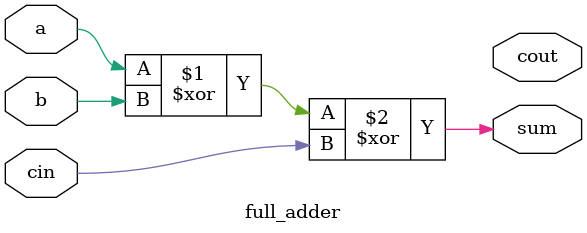
<source format=v>
/*
2]write a Verilog code for full adder with testbench and take the snap shot of it 
*/

module full_adder
(
input a,b,cin,
output sum,cout
);

assign sum = a ^ b ^ cin;
assign carry = a & b | (cin & (a | b));

endmodule

</source>
